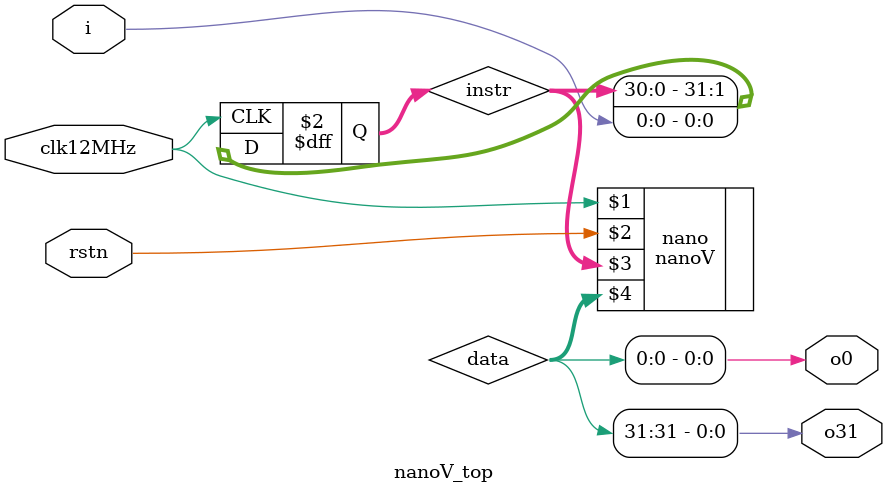
<source format=v>
module nanoV_top (
    input clk12MHz,
    input rstn,
    input i,
    output o31,
    output o0
);

    reg [31:0] instr;
    wire [31:0] data;

    nanoV nano(clk12MHz, rstn, instr, data);

    always @(posedge clk12MHz) begin
        instr <= {instr[30:0],i};
    end

    assign o31 = data[31];
    assign o0 = data[0];

endmodule

</source>
